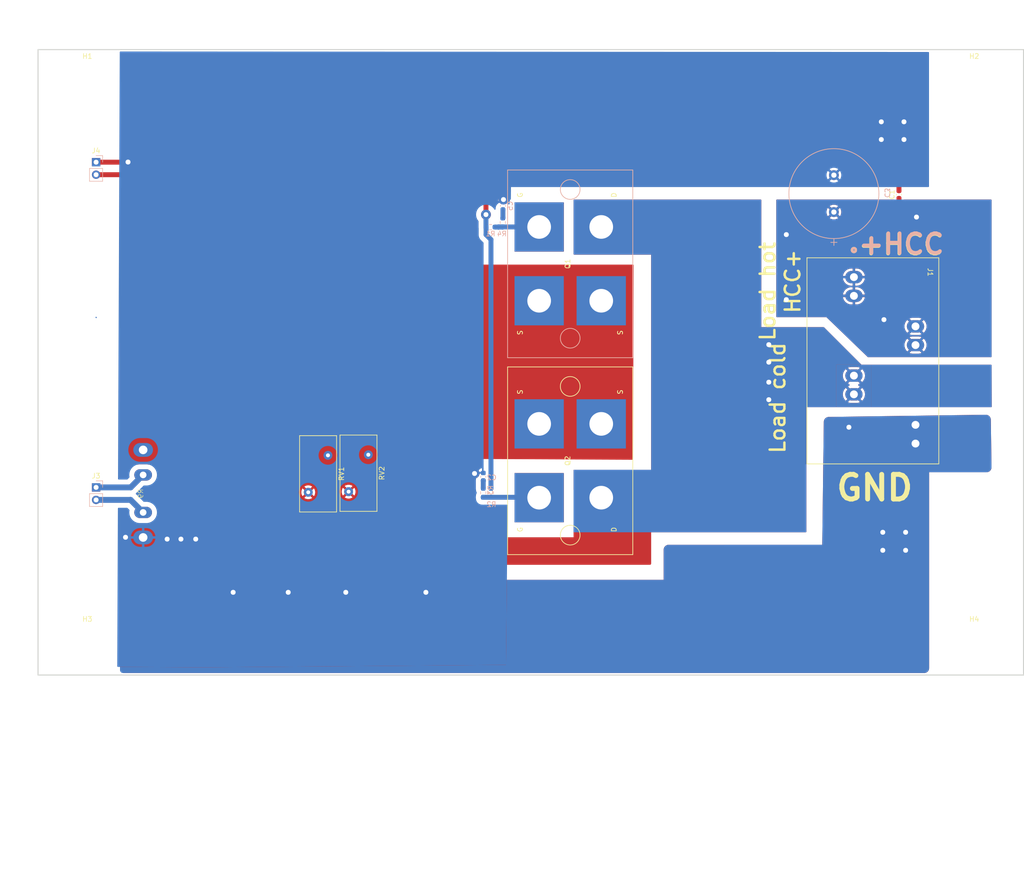
<source format=kicad_pcb>
(kicad_pcb (version 20240108) (generator "pcbnew") (generator_version "8.0")
  (layers (0 "F.Cu" signal) (31 "B.Cu" signal) (34 "B.Paste" user) (35 "F.Paste" user) (36 "B.SilkS" user "B.Silkscreen") (37 "F.SilkS" user "F.Silkscreen") (38 "B.Mask" user) (39 "F.Mask" user) (44 "Edge.Cuts" user))
  (net 0 "")
  (net 1 "GND")
  (net 2 "+HCC")
  (net 3 "Net-(Q1-G)")
  (net 4 "Net-(Q2-G)")
  (net 5 "Net-(J3-Pin_1)")
  (net 6 "Net-(J3-Pin_2)")
  (net 7 "Net-(J4-Pin_2)")
  (net 8 "Net-(C2-Pad2)")
  (net 9 "Net-(C5-Pad2)")
  (net 10 "Load_cold")
  (net 11 "Net-(Q1-S)")
  (footprint "MountingHole:MountingHole_4mm" (layer "F.Cu") (at 40 150.65)
    (property "Reference" "H3" (at 0 -5 0) (layer "F.SilkS"))
    (property "Value" "MountingHole")
    (pad "" np_thru_hole circle (at 0 0) (size 4 4) (drill 4) (layers "*.Cu" "*.Mask"))
  )
  (footprint "Capacitor_SMD:C_0603_1608Metric" (layer "F.Cu") (at 204.724 59.436 90)
    (property "Reference" "C1" (at 0 -1.43 90) (layer "F.SilkS"))
    (property "Value" "0.1uF")
    (fp_line (start -0.14058 -0.51) (end 0.14058 -0.51) (stroke (width 0.12)) (layer "F.SilkS"))
    (fp_line (start -0.14058 0.51) (end 0.14058 0.51) (stroke (width 0.12)) (layer "F.SilkS"))
    (pad "1" smd roundrect (at -0.775 0 90) (size 0.9 0.95) (layers "F.Cu" "F.Paste" "F.Mask") (net 2 "+HCC"))
    (pad "2" smd roundrect (at 0.775 0 90) (size 0.9 0.95) (layers "F.Cu" "F.Paste" "F.Mask") (net 1 "GND"))
  )
  (footprint "zmyfootprint:PowerMOS" (layer "F.Cu") (at 138 113.495 -90)
    (property "Reference" "Q2" (at 0 0.5 90) (layer "F.SilkS"))
    (property "Value" "Q_NMOS_GDS")
    (fp_line (start -19.05 12.7) (end 19.05 12.7) (stroke (width 0.15)) (layer "F.SilkS"))
    (fp_line (start 19.05 12.7) (end 19.05 -12.7) (stroke (width 0.15)) (layer "F.SilkS"))
    (fp_line (start -19.05 -12.7) (end -19.05 12.7) (stroke (width 0.15)) (layer "F.SilkS"))
    (fp_line (start 19.05 -12.7) (end -19.05 -12.7) (stroke (width 0.15)) (layer "F.SilkS"))
    (fp_circle (center -15.1 0) (end -17.1 0) (stroke (width 0.15)) (fill none) (layer "F.SilkS"))
    (fp_circle (center 15.1 0) (end 17.1 0) (stroke (width 0.15)) (fill none) (layer "F.SilkS"))
    (fp_text user "S" (at -13.97 10.16 90) (layer "F.SilkS"))
    (fp_text user "D" (at 13.97 -8.89 90) (layer "F.SilkS"))
    (fp_text user "S" (at -13.97 -10.16 90) (layer "F.SilkS"))
    (fp_text user "G" (at 13.97 10.16 90) (layer "F.SilkS"))
    (pad "1" thru_hole rect (at 7.493 6.3 270) (size 10 10) (drill 4.8) (layers "*.Cu" "*.Mask") (net 4 "Net-(Q2-G)"))
    (pad "2" thru_hole rect (at 7.493 -6.3 270) (size 10 10) (drill 4.8) (layers "*.Cu" "*.Mask") (net 10 "Load_cold"))
    (pad "3" thru_hole rect (at -7.493 -6.3 270) (size 10 10) (drill 4.8) (layers "*.Cu" "*.Mask") (net 11 "Net-(Q1-S)"))
    (pad "3" thru_hole rect (at -7.493 6.3 270) (size 10 10) (drill 4.8) (layers "*.Cu" "*.Mask") (net 11 "Net-(Q1-S)"))
  )
  (footprint "MountingHole:MountingHole_4mm" (layer "F.Cu") (at 220 150.65)
    (property "Reference" "H4" (at 0 -5 0) (layer "F.SilkS"))
    (property "Value" "MountingHole")
    (pad "" np_thru_hole circle (at 0 0) (size 4 4) (drill 4) (layers "*.Cu" "*.Mask"))
  )
  (footprint "MountingHole:MountingHole_4mm" (layer "F.Cu") (at 220 36.35)
    (property "Reference" "H2" (at 0 -5 0) (layer "F.SilkS"))
    (property "Value" "MountingHole")
    (pad "" np_thru_hole circle (at 0 0) (size 4 4) (drill 4) (layers "*.Cu" "*.Mask"))
  )
  (footprint "Varistor:RV_Disc_D15.5mm_W7.5mm_P7.5mm" (layer "F.Cu") (at 93.028 119.768 90)
    (property "Reference" "RV2" (at 3.75 6.75 90) (layer "F.SilkS"))
    (property "Value" "V20E50P (80V)")
    (fp_line (start 11.5 -1.75) (end 11.5 5.75) (stroke (width 0.15)) (layer "F.SilkS"))
    (fp_line (start -4 -1.75) (end 11.5 -1.75) (stroke (width 0.15)) (layer "F.SilkS"))
    (fp_line (start -4 -1.75) (end -4 5.75) (stroke (width 0.15)) (layer "F.SilkS"))
    (fp_line (start -4 5.75) (end 11.5 5.75) (stroke (width 0.15)) (layer "F.SilkS"))
    (pad "1" thru_hole circle (at 0 0 90) (size 1.8 1.8) (drill 0.8) (layers "*.Cu" "*.Mask") (net 10 "Load_cold"))
    (pad "2" thru_hole circle (at 7.5 4 90) (size 1.8 1.8) (drill 0.8) (layers "*.Cu" "*.Mask") (net 11 "Net-(Q1-S)"))
  )
  (footprint "zmyfootprint:CONN_2453710000" (layer "F.Cu") (at 195.58 76.2 -90)
    (property "Reference" "J1" (at -1 -15.5 -90) (layer "F.SilkS"))
    (property "Value" "Screw_Terminal_01x04")
    (fp_circle (center -5.5 0) (end -5.119 0) (stroke (width 0.508)) (fill none) (layer "B.SilkS"))
    (fp_line (start -3.927064 9.526999) (end 37.932136 9.526999) (stroke (width 0.1524)) (layer "F.SilkS"))
    (fp_line (start 37.932136 9.526999) (end 37.932136 -17.226998) (stroke (width 0.1524)) (layer "F.SilkS"))
    (fp_line (start -3.927064 -17.226998) (end -3.927064 9.526999) (stroke (width 0.1524)) (layer "F.SilkS"))
    (fp_line (start 37.932136 -17.226998) (end -3.927064 -17.226998) (stroke (width 0.1524)) (layer "F.SilkS"))
    (fp_circle (center -5.5 0) (end -5.119 0) (stroke (width 0.508)) (fill none) (layer "F.SilkS"))
    (pad "1" thru_hole oval (at 0 0 270) (size 2.5 3.5) (drill 1.6002) (layers "*.Cu" "*.Mask") (net 2 "+HCC"))
    (pad "1" thru_hole oval (at 3.799999 0 270) (size 2.5 3.5) (drill 1.6002) (layers "*.Cu" "*.Mask") (net 2 "+HCC"))
    (pad "2" thru_hole oval (at 10 -12.5 270) (size 2.5 3.5) (drill 1.6002) (layers "*.Cu" "*.Mask") (net 2 "+HCC"))
    (pad "2" thru_hole oval (at 13.8 -12.5 270) (size 2.5 3.5) (drill 1.6002) (layers "*.Cu" "*.Mask") (net 2 "+HCC"))
    (pad "3" thru_hole oval (at 20 0 270) (size 2.5 3.5) (drill 1.6002) (layers "*.Cu" "*.Mask") (net 10 "Load_cold"))
    (pad "3" thru_hole oval (at 23.8 0 270) (size 2.5 3.5) (drill 1.6002) (layers "*.Cu" "*.Mask") (net 10 "Load_cold"))
    (pad "4" thru_hole oval (at 30 -12.5 270) (size 2.5 3.5) (drill 1.6002) (layers "*.Cu" "*.Mask") (net 1 "GND"))
    (pad "4" thru_hole oval (at 33.8 -12.5 270) (size 2.5 3.5) (drill 1.6002) (layers "*.Cu" "*.Mask") (net 1 "GND"))
  )
  (footprint "Varistor:RV_Disc_D15.5mm_W7.5mm_P7.5mm" (layer "F.Cu") (at 84.836 119.888 90)
    (property "Reference" "RV1" (at 3.75 6.75 90) (layer "F.SilkS"))
    (property "Value" "V20E50P (80V)")
    (fp_line (start 11.5 -1.75) (end 11.5 5.75) (stroke (width 0.15)) (layer "F.SilkS"))
    (fp_line (start -4 -1.75) (end 11.5 -1.75) (stroke (width 0.15)) (layer "F.SilkS"))
    (fp_line (start -4 -1.75) (end -4 5.75) (stroke (width 0.15)) (layer "F.SilkS"))
    (fp_line (start -4 5.75) (end 11.5 5.75) (stroke (width 0.15)) (layer "F.SilkS"))
    (pad "1" thru_hole circle (at 0 0 90) (size 1.8 1.8) (drill 0.8) (layers "*.Cu" "*.Mask") (net 10 "Load_cold"))
    (pad "2" thru_hole circle (at 7.5 4 90) (size 1.8 1.8) (drill 0.8) (layers "*.Cu" "*.Mask") (net 11 "Net-(Q1-S)"))
  )
  (footprint "MountingHole:MountingHole_4mm" (layer "F.Cu") (at 40 36.35)
    (property "Reference" "H1" (at 0 -5 0) (layer "F.SilkS"))
    (property "Value" "MountingHole")
    (pad "" np_thru_hole circle (at 0 0) (size 4 4) (drill 4) (layers "*.Cu" "*.Mask"))
  )
  (footprint "zmyfootprint:PowerMOS" (layer "B.Cu") (at 138 73.505 90)
    (property "Reference" "Q1" (at 0 -0.5 90) (layer "F.SilkS"))
    (property "Value" "Q_NMOS_GDS")
    (fp_line (start 19.05 -12.7) (end 19.05 12.7) (stroke (width 0.15)) (layer "B.SilkS"))
    (fp_line (start -19.05 -12.7) (end 19.05 -12.7) (stroke (width 0.15)) (layer "B.SilkS"))
    (fp_line (start 19.05 12.7) (end -19.05 12.7) (stroke (width 0.15)) (layer "B.SilkS"))
    (fp_line (start -19.05 12.7) (end -19.05 -12.7) (stroke (width 0.15)) (layer "B.SilkS"))
    (fp_circle (center 15.1 0) (end 17.1 0) (stroke (width 0.15)) (fill none) (layer "B.SilkS"))
    (fp_circle (center -15.1 0) (end -17.1 0) (stroke (width 0.15)) (fill none) (layer "B.SilkS"))
    (fp_text user "S" (at -13.97 -10.16 90) (layer "F.SilkS"))
    (fp_text user "S" (at -13.97 10.16 90) (layer "F.SilkS"))
    (fp_text user "G" (at 13.97 -10.16 90) (layer "F.SilkS"))
    (fp_text user "D" (at 13.97 8.89 90) (layer "F.SilkS"))
    (pad "1" thru_hole rect (at 7.493 -6.3 90) (size 10 10) (drill 4.8) (layers "*.Cu" "*.Mask") (net 3 "Net-(Q1-G)"))
    (pad "2" thru_hole rect (at 7.493 6.3 90) (size 10 10) (drill 4.8) (layers "*.Cu" "*.Mask") (net 10 "Load_cold"))
    (pad "3" thru_hole rect (at -7.493 -6.3 90) (size 10 10) (drill 4.8) (layers "*.Cu" "*.Mask") (net 11 "Net-(Q1-S)"))
    (pad "3" thru_hole rect (at -7.493 6.3 90) (size 10 10) (drill 4.8) (layers "*.Cu" "*.Mask") (net 11 "Net-(Q1-S)"))
  )
  (footprint "Resistor_THT:SIP-4-ShuntResistor-Riedon" (layer "B.Cu") (at 51.325 120.175 -90)
    (property "Reference" "R9" (at 0 0.5 90) (layer "F.SilkS") (effects (font (thickness 0.1)) (justify mirror)))
    (property "Value" "R_Shunt")
    (pad "1" thru_hole oval (at -8.89 0 270) (size 2.8 4) (drill 1.75) (layers "*.Cu" "*.Mask") (net 11 "Net-(Q1-S)"))
    (pad "2" thru_hole oval (at -3.81 0 270) (size 2.3 3.6) (drill 1.35) (layers "*.Cu" "*.Mask") (net 5 "Net-(J3-Pin_1)"))
    (pad "3" thru_hole oval (at 3.81 0 270) (size 2.3 3.6) (drill 1.35) (layers "*.Cu" "*.Mask") (net 6 "Net-(J3-Pin_2)"))
    (pad "4" thru_hole oval (at 8.89 0 270) (size 2.8 4) (drill 1.75) (layers "*.Cu" "*.Mask") (net 1 "GND"))
  )
  (footprint "Connector_PinHeader_2.54mm:PinHeader_1x02_P2.54mm_Vertical" (layer "B.Cu") (at 41.778 52.86 180)
    (property "Reference" "J4" (at 0 2.33 0) (layer "F.SilkS"))
    (property "Value" "N-MOS")
    (fp_line (start 1.33 -1.27) (end 1.33 -3.87) (stroke (width 0.12)) (layer "B.SilkS"))
    (fp_line (start -1.33 1.33) (end 0 1.33) (stroke (width 0.12)) (layer "B.SilkS"))
    (fp_line (start -1.33 0) (end -1.33 1.33) (stroke (width 0.12)) (layer "B.SilkS"))
    (fp_line (start -1.33 -1.27) (end 1.33 -1.27) (stroke (width 0.12)) (layer "B.SilkS"))
    (fp_line (start -1.33 -1.27) (end -1.33 -3.87) (stroke (width 0.12)) (layer "B.SilkS"))
    (fp_line (start -1.33 -3.87) (end 1.33 -3.87) (stroke (width 0.12)) (layer "B.SilkS"))
    (pad "1" thru_hole rect (at 0 0 180) (size 1.7 1.7) (drill 1) (layers "*.Cu" "*.Mask") (net 1 "GND"))
    (pad "2" thru_hole oval (at 0 -2.54 180) (size 1.7 1.7) (drill 1) (layers "*.Cu" "*.Mask") (net 7 "Net-(J4-Pin_2)"))
  )
  (footprint "Capacitor_SMD:C_0603_1608Metric" (layer "B.Cu") (at 120.364889 116.747346 -90)
    (property "Reference" "C2" (at 0.159004 -1.696043 360) (layer "B.SilkS") (effects (justify mirror)))
    (property "Value" "0.1uF")
    (fp_line (start 0.14058 0.51) (end -0.14058 0.51) (stroke (width 0.12)) (layer "B.SilkS"))
    (fp_line (start 0.14058 -0.51) (end -0.14058 -0.51) (stroke (width 0.12)) (layer "B.SilkS"))
    (pad "1" smd roundrect (at -0.775 0 270) (size 0.9 0.95) (layers "B.Cu" "B.Paste" "B.Mask") (net 1 "GND"))
    (pad "2" smd roundrect (at 0.775 0 270) (size 0.9 0.95) (layers "B.Cu" "B.Paste" "B.Mask") (net 8 "Net-(C2-Pad2)"))
  )
  (footprint "Capacitor_SMD:C_0603_1608Metric" (layer "B.Cu") (at 124.348266 61.709 -90)
    (property "Reference" "C5" (at 0.022639 -1.473797 90) (layer "B.SilkS") (effects (justify mirror)))
    (property "Value" "0.1uF")
    (fp_line (start 0.14058 0.51) (end -0.14058 0.51) (stroke (width 0.12)) (layer "B.SilkS"))
    (fp_line (start 0.14058 -0.51) (end -0.14058 -0.51) (stroke (width 0.12)) (layer "B.SilkS"))
    (pad "1" smd roundrect (at -0.775 0 270) (size 0.9 0.95) (layers "B.Cu" "B.Paste" "B.Mask") (net 1 "GND"))
    (pad "2" smd roundrect (at 0.775 0 270) (size 0.9 0.95) (layers "B.Cu" "B.Paste" "B.Mask") (net 9 "Net-(C5-Pad2)"))
  )
  (footprint "Resistor_SMD:R_0603_1608Metric_Pad0.98x0.95mm_HandSolder" (layer "B.Cu") (at 121.839433 66.03789 180)
    (property "Reference" "R1" (at 0.016055 -1.364626 360) (layer "B.SilkS") (effects (justify mirror)))
    (property "Value" "20")
    (fp_line (start 0.254724 0.5225) (end -0.254724 0.5225) (stroke (width 0.12)) (layer "B.SilkS"))
    (fp_line (start 0.254724 -0.5225) (end -0.254724 -0.5225) (stroke (width 0.12)) (layer "B.SilkS"))
    (pad "1" smd roundrect (at -0.9125 0 180) (size 0.975 0.95) (layers "B.Cu" "B.Paste" "B.Mask") (net 3 "Net-(Q1-G)"))
    (pad "2" smd roundrect (at 0.9125 0 180) (size 0.975 0.95) (layers "B.Cu" "B.Paste" "B.Mask") (net 7 "Net-(J4-Pin_2)"))
  )
  (footprint "Connector_PinHeader_2.54mm:PinHeader_1x02_P2.54mm_Vertical" (layer "B.Cu") (at 41.778 118.9 180)
    (property "Reference" "J3" (at 0 2.33 0) (layer "F.SilkS"))
    (property "Value" "SENSE")
    (fp_line (start 1.33 -1.27) (end 1.33 -3.87) (stroke (width 0.12)) (layer "B.SilkS"))
    (fp_line (start -1.33 1.33) (end 0 1.33) (stroke (width 0.12)) (layer "B.SilkS"))
    (fp_line (start -1.33 0) (end -1.33 1.33) (stroke (width 0.12)) (layer "B.SilkS"))
    (fp_line (start -1.33 -1.27) (end 1.33 -1.27) (stroke (width 0.12)) (layer "B.SilkS"))
    (fp_line (start -1.33 -1.27) (end -1.33 -3.87) (stroke (width 0.12)) (layer "B.SilkS"))
    (fp_line (start -1.33 -3.87) (end 1.33 -3.87) (stroke (width 0.12)) (layer "B.SilkS"))
    (pad "1" thru_hole rect (at 0 0 180) (size 1.7 1.7) (drill 1) (layers "*.Cu" "*.Mask") (net 5 "Net-(J3-Pin_1)"))
    (pad "2" thru_hole oval (at 0 -2.54 180) (size 1.7 1.7) (drill 1) (layers "*.Cu" "*.Mask") (net 6 "Net-(J3-Pin_2)"))
  )
  (footprint "Capacitor_THT:CAP_UBY_18X35P5_NCH" (layer "B.Cu") (at 191.516 62.992 90)
    (property "Reference" "C3" (at 3.9 10.8 -90) (layer "B.SilkS") (effects (justify mirror)))
    (property "Value" "UKL1J102KHD")
    (fp_line (start -6.7783 0) (end -5.5083 0) (stroke (width 0.1524)) (layer "B.SilkS"))
    (fp_line (start -6.1433 0.635) (end -6.1433 -0.635) (stroke (width 0.1524)) (layer "B.SilkS"))
    (fp_circle (center 3.75 0) (end 12.8813 0) (stroke (width 0.1524)) (fill none) (layer "B.SilkS"))
    (pad "1" thru_hole circle (at 0 0 90) (size 2 2) (drill 1.0668) (layers "*.Cu" "*.Mask") (net 2 "+HCC"))
    (pad "2" thru_hole circle (at 7.5 0 90) (size 2 2) (drill 1.0668) (layers "*.Cu" "*.Mask") (net 1 "GND"))
  )
  (footprint "Resistor_SMD:R_0603_1608Metric_Pad0.98x0.95mm_HandSolder" (layer "B.Cu") (at 124.316912 65.110797 90)
    (property "Reference" "R4" (at -2.287756 -0.192653 0) (layer "B.SilkS") (effects (justify mirror)))
    (property "Value" "20")
    (fp_line (start 0.254724 -0.5225) (end -0.254724 -0.5225) (stroke (width 0.12)) (layer "B.SilkS"))
    (fp_line (start 0.254724 0.5225) (end -0.254724 0.5225) (stroke (width 0.12)) (layer "B.SilkS"))
    (pad "1" smd roundrect (at -0.9125 0 90) (size 0.975 0.95) (layers "B.Cu" "B.Paste" "B.Mask") (net 3 "Net-(Q1-G)"))
    (pad "2" smd roundrect (at 0.9125 0 90) (size 0.975 0.95) (layers "B.Cu" "B.Paste" "B.Mask") (net 9 "Net-(C5-Pad2)"))
  )
  (footprint "Resistor_SMD:R_0603_1608Metric_Pad0.98x0.95mm_HandSolder" (layer "B.Cu") (at 121.92 119.9915 90)
    (property "Reference" "R2" (at -2.368004 0.086304 360) (layer "B.SilkS") (effects (justify mirror)))
    (property "Value" "20")
    (fp_line (start 0.254724 -0.5225) (end -0.254724 -0.5225) (stroke (width 0.12)) (layer "B.SilkS"))
    (fp_line (start 0.254724 0.5225) (end -0.254724 0.5225) (stroke (width 0.12)) (layer "B.SilkS"))
    (pad "1" smd roundrect (at -0.9125 0 90) (size 0.975 0.95) (layers "B.Cu" "B.Paste" "B.Mask") (net 4 "Net-(Q2-G)"))
    (pad "2" smd roundrect (at 0.9125 0 90) (size 0.975 0.95) (layers "B.Cu" "B.Paste" "B.Mask") (net 7 "Net-(J4-Pin_2)"))
  )
  (footprint "Resistor_SMD:R_0603_1608Metric_Pad0.98x0.95mm_HandSolder" (layer "B.Cu") (at 120.352575 119.994487 90)
    (property "Reference" "R3" (at 0.540973 1.446351 90) (layer "B.SilkS") (effects (justify mirror)))
    (property "Value" "20")
    (fp_line (start 0.254724 -0.5225) (end -0.254724 -0.5225) (stroke (width 0.12)) (layer "B.SilkS"))
    (fp_line (start 0.254724 0.5225) (end -0.254724 0.5225) (stroke (width 0.12)) (layer "B.SilkS"))
    (pad "1" smd roundrect (at -0.9125 0 90) (size 0.975 0.95) (layers "B.Cu" "B.Paste" "B.Mask") (net 4 "Net-(Q2-G)"))
    (pad "2" smd roundrect (at 0.9125 0 90) (size 0.975 0.95) (layers "B.Cu" "B.Paste" "B.Mask") (net 8 "Net-(C2-Pad2)"))
  )
  (gr_line (start 30 30) (end 30 157) (stroke (width 0.2)) (layer "Edge.Cuts"))
  (gr_line (start 230 30) (end 30 30) (stroke (width 0.2)) (layer "Edge.Cuts"))
  (gr_line (start 30 157) (end 230 157) (stroke (width 0.2)) (layer "Edge.Cuts"))
  (gr_line (start 230 157) (end 230 30) (stroke (width 0.2)) (layer "Edge.Cuts"))
  (gr_text "+HCC" (at 218.44 81.28 90) (layer "F.Cu" knockout) (effects (font (size 1.5 1.5) (thickness 0.3) (bold yes)) (justify left bottom)))
  (gr_text "HOT" (at 218.44 90.424 90) (layer "F.Cu" knockout) (effects (font (size 1.5 1.5) (thickness 0.3) (bold yes)) (justify left bottom)))
  (gr_text "COLD" (at 218.44 101.092 90) (layer "F.Cu" knockout) (effects (font (size 1.5 1.5) (thickness 0.3) (bold yes)) (justify left bottom)))
  (gr_text "GND" (at 218.44 111.252 90) (layer "F.Cu" knockout) (effects (font (size 1.5 1.5) (thickness 0.3) (bold yes)) (justify left bottom)))
  (gr_text "+HCC" (at 196.164119 71.819607 0) (layer "B.SilkS") (effects (font (size 4 4) (thickness 0.75)) (justify left bottom)))
  (gr_text "Load hot" (at 179.832 89.408 90) (layer "F.SilkS") (effects (font (size 3 3) (thickness 0.5) (bold yes)) (justify left bottom)))
  (gr_text "Load cold" (at 181.864 112.268 90) (layer "F.SilkS") (effects (font (size 3 3) (thickness 0.5) (bold yes)) (justify left bottom)))
  (gr_text "HCC+" (at 184.912 83.82 90) (layer "F.SilkS") (effects (font (size 3 3) (thickness 0.5) (bold yes)) (justify left bottom)))
  (gr_text "GND" (at 191.516 121.92 0) (layer "F.SilkS") (effects (font (size 5 5) (thickness 1) (bold yes)) (justify left bottom)))
  (gr_text "+HCC" (at 196.112782 71.919173 0) (layer "F.SilkS") (effects (font (size 4 4) (thickness 0.75)) (justify left bottom)))
  (segment (start 41.778 84.378) (end 41.8 84.4) (width 0.25) (layer "B.Cu") (net 0))
  (segment (start 118.595249 116.066456) (end 118.586272 116.075433) (width 1) (layer "F.Cu") (net 1))
  (segment (start 41.778 52.86) (end 48.232 52.86) (width 1) (layer "F.Cu") (net 1))
  (segment (start 204.724 56.896) (end 205.232 56.388) (width 1) (layer "F.Cu") (net 1))
  (segment (start 48.232 52.86) (end 48.26 52.832) (width 1) (layer "F.Cu") (net 1))
  (segment (start 204.724 58.661) (end 204.724 56.896) (width 1) (layer "F.Cu") (net 1))
  (via (at 201.44 128.016) (size 2) (drill 1) (layers "F.Cu" "B.Cu") (net 1))
  (via (at 206.074549 131.676882) (size 2) (drill 1) (layers "F.Cu" "B.Cu") (net 1))
  (via (at 47.752 129.032) (size 2) (drill 1) (layers "F.Cu" "B.Cu") (net 1))
  (via (at 108.712 140.208) (size 2) (drill 1) (layers "F.Cu" "B.Cu") (net 1))
  (via (at 194.564 106.68) (size 2) (drill 1) (layers "F.Cu" "B.Cu") (net 1))
  (via (at 205.74 48.26) (size 2) (drill 1) (layers "F.Cu" "B.Cu") (net 1))
  (via (at 48.26 52.832) (size 2) (drill 1) (layers "F.Cu" "B.Cu") (net 1))
  (via (at 201.44 131.676882) (size 2) (drill 1) (layers "F.Cu" "B.Cu") (net 1))
  (via (at 62 129.4) (size 2) (drill 1) (layers "F.Cu" "B.Cu") (net 1))
  (via (at 201.14 48.26) (size 2) (drill 1) (layers "F.Cu" "B.Cu") (net 1))
  (via (at 124.46 60.452) (size 2) (drill 1) (layers "F.Cu" "B.Cu") (net 1))
  (via (at 69.596 140.208) (size 2) (drill 1) (layers "F.Cu" "B.Cu") (net 1))
  (via (at 118.586272 116.075433) (size 2) (drill 1) (layers "F.Cu" "B.Cu") (net 1))
  (via (at 206.074549 128.016) (size 2) (drill 1) (layers "F.Cu" "B.Cu") (net 1))
  (via (at 59 129.4) (size 2) (drill 1) (layers "F.Cu" "B.Cu") (net 1))
  (via (at 205.74 44.66) (size 2) (drill 1) (layers "F.Cu" "B.Cu") (net 1))
  (via (at 201.14 44.66) (size 2) (drill 1) (layers "F.Cu" "B.Cu") (net 1))
  (via (at 80.772 140.208) (size 2) (drill 1) (layers "F.Cu" "B.Cu") (net 1))
  (via (at 92.456 140.208) (size 2) (drill 1) (layers "F.Cu" "B.Cu") (net 1))
  (via (at 56.2 129.4) (size 2) (drill 1) (layers "F.Cu" "B.Cu") (net 1))
  (segment (start 204.724 61.976) (end 204.724 60.211) (width 1) (layer "F.Cu") (net 2))
  (segment (start 204.724 61.976) (end 204.216 62.484) (width 1) (layer "F.Cu") (net 2))
  (segment (start 208.124958 89.955042) (end 208.08 90) (width 1) (layer "F.Cu") (net 2))
  (via (at 181.864 67.564) (size 2) (drill 1) (layers "F.Cu" "B.Cu") (net 2))
  (via (at 181.864 80.772) (size 2) (drill 1) (layers "F.Cu" "B.Cu") (net 2))
  (via (at 201.676 84.836) (size 2) (drill 1) (layers "F.Cu" "B.Cu") (net 2))
  (via (at 208.28 64.008) (size 2) (drill 1) (layers "F.Cu" "B.Cu") (net 2))
  (segment (start 131.685689 67.185867) (end 131.7 67.171556) (width 1) (layer "F.Cu") (net 3))
  (segment (start 131.7 66.012) (end 123.46989 66.012) (width 1) (layer "B.Cu") (net 3))
  (segment (start 122.751933 66.03789) (end 123.444 66.03789) (width 1) (layer "B.Cu") (net 3))
  (segment (start 123.46989 66.012) (end 123.444 66.03789) (width 1) (layer "B.Cu") (net 3))
  (segment (start 124.302319 66.03789) (end 124.316912 66.023297) (width 1) (layer "B.Cu") (net 3))
  (segment (start 123.444 66.03789) (end 124.302319 66.03789) (width 1) (layer "B.Cu") (net 3))
  (segment (start 131.68989 120.99811) (end 131.7 120.988) (width 1) (layer "F.Cu") (net 4))
  (segment (start 131.693241 122.154315) (end 131.7 122.147556) (width 1) (layer "F.Cu") (net 4))
  (segment (start 120.355562 120.904) (end 120.352575 120.906987) (width 1) (layer "B.Cu") (net 4))
  (segment (start 121.92 120.904) (end 120.355562 120.904) (width 1) (layer "B.Cu") (net 4))
  (segment (start 121.92 120.904) (end 131.616 120.904) (width 1) (layer "B.Cu") (net 4))
  (segment (start 131.616 120.904) (end 131.7 120.988) (width 1) (layer "B.Cu") (net 4))
  (segment (start 48.79 118.9) (end 51.325 116.365) (width 1.2) (layer "B.Cu") (net 5))
  (segment (start 41.778 118.9) (end 48.79 118.9) (width 1.2) (layer "B.Cu") (net 5))
  (segment (start 41.778 121.44) (end 48.78 121.44) (width 1.2) (layer "B.Cu") (net 6))
  (segment (start 48.78 121.44) (end 51.325 123.985) (width 1.2) (layer "B.Cu") (net 6))
  (segment (start 41.778 55.4) (end 117.376 55.4) (width 1) (layer "F.Cu") (net 7))
  (segment (start 120.926933 63.522933) (end 120.904 63.5) (width 1) (layer "F.Cu") (net 7))
  (segment (start 120.904 58.928) (end 120.904 63.5) (width 1) (layer "F.Cu") (net 7))
  (segment (start 117.376 55.4) (end 120.904 58.928) (width 1) (layer "F.Cu") (net 7))
  (via (at 120.904 63.5) (size 2) (drill 1) (layers "F.Cu" "B.Cu") (net 7))
  (segment (start 120.926933 67.586933) (end 121.92 68.58) (width 1) (layer "B.Cu") (net 7))
  (segment (start 120.904 63.5) (end 120.904 66.014957) (width 1) (layer "B.Cu") (net 7))
  (segment (start 120.904 66.014957) (end 120.926933 66.03789) (width 1) (layer "B.Cu") (net 7))
  (segment (start 121.92 68.58) (end 121.92 119.079) (width 1) (layer "B.Cu") (net 7))
  (segment (start 120.926933 66.03789) (end 120.926933 67.586933) (width 1) (layer "B.Cu") (net 7))
  (segment (start 120.352575 119.081987) (end 120.352575 117.53466) (width 1) (layer "B.Cu") (net 8))
  (segment (start 120.352575 117.53466) (end 120.364889 117.522346) (width 1) (layer "B.Cu") (net 8))
  (segment (start 124.348266 64.166943) (end 124.316912 64.198297) (width 1) (layer "B.Cu") (net 9))
  (segment (start 124.348266 62.484) (end 124.348266 64.166943) (width 1) (layer "B.Cu") (net 9))
  (via (at 178.308 89.916) (size 2) (drill 1) (layers "F.Cu" "B.Cu") (net 10))
  (via (at 178.308 93.472) (size 2) (drill 1) (layers "F.Cu" "B.Cu") (net 10))
  (via (at 178.308 101.092) (size 2) (drill 1) (layers "F.Cu" "B.Cu") (net 10))
  (via (at 178.308 97.536) (size 2) (drill 1) (layers "F.Cu" "B.Cu") (net 10))
  (zone (net 10) (net_name "Load_cold") (layer "F.Cu") (priority 5) (connect_pads (clearance 1)) (min_thickness 0.5) (fill yes (thermal_gap 0.5) (thermal_bridge_width 0.5))
    (polygon (pts (xy 78.232 117.348) (xy 113.792 117.348) (xy 113.792 129.032) (xy 138.684 129.032) (xy 138.684 119.38) (xy 154.432 119.38) (xy 154.432 134.62) (xy 78.232 134.62)))
  )
  (zone (net 11) (net_name "Net-(Q1-S)") (layer "F.Cu") (priority 4) (connect_pads yes (clearance 1)) (min_thickness 0.25) (fill yes (thermal_gap 0.5) (thermal_bridge_width 0.5) (island_removal_mode 1) (island_area_min 10))
    (polygon (pts (xy 126.492 73.66) (xy 150.876 73.66) (xy 150.756621 113.284) (xy 114.688621 113.104347) (xy 114.808 114.3) (xy 47.244 114.3) (xy 47.244 57.912) (xy 114.3 57.912) (xy 114.3 73.66)))
  )
  (zone (net 10) (net_name "Load_cold") (layers "F&B.Cu") (connect_pads yes (clearance 1)) (min_thickness 0.25) (fill yes (thermal_gap 0.5) (thermal_bridge_width 0.5))
    (polygon (pts (xy 210.312 102.616) (xy 185.928 102.616) (xy 185.928 128.016) (xy 138.684 128.016) (xy 138.684 115.316) (xy 154.432 115.316) (xy 154.432 71.628) (xy 138.684 71.628) (xy 138.684 60.452) (xy 176.784 60.452) (xy 176.784 86.36) (xy 189.484 86.36) (xy 197.104 93.98) (xy 223.52 93.98) (xy 223.544 102.616)))
  )
  (zone (net 1) (net_name "GND") (layers "F&B.Cu") (priority 1) (connect_pads yes (clearance 1)) (min_thickness 0.25) (fill yes (thermal_gap 0.5) (thermal_bridge_width 0.5) (smoothing fillet) (radius 1))
    (polygon (pts (xy 189.484 104.608) (xy 223.346868 104.14) (xy 223.52 115.824) (xy 210.844 115.824) (xy 210.844 156.6) (xy 46.632 156.6) (xy 46.632 126.4) (xy 64.6 126.4) (xy 64.516 137.668) (xy 156.972 137.668) (xy 156.972 130.556) (xy 189.158044 130.542117)))
  )
  (zone (net 2) (net_name "+HCC") (layers "F&B.Cu") (priority 3) (connect_pads (clearance 1)) (min_thickness 0.25) (fill yes (thermal_gap 0.5) (thermal_bridge_width 0.5))
    (polygon (pts (xy 189.992 84.328) (xy 179.832 84.328) (xy 179.832 60.452) (xy 223.52 60.452) (xy 223.52 92.456) (xy 198.413999 92.456)))
  )
  (zone (net 10) (net_name "Load_cold") (layers "F&B.Cu") (priority 7) (connect_pads (clearance 1)) (min_thickness 0.5) (fill yes (thermal_gap 0.5) (thermal_bridge_width 0.5))
    (polygon (pts (xy 192.024 93.98) (xy 199.136 93.98) (xy 199.136 102.616) (xy 192.024 102.616)))
  )
  (zone (net 1) (net_name "GND") (layer "B.Cu") (priority 2) (connect_pads (clearance 1)) (min_thickness 0.25) (fill yes (thermal_gap 0.5) (thermal_bridge_width 0.5))
    (polygon (pts (xy 210.82 57.912) (xy 210.82 30.48) (xy 46.582452 30.381988) (xy 46.074452 155.349988) (xy 63.5 155.448) (xy 63.5 155.448) (xy 124.968 154.94) (xy 125.984 57.912)))
  )
)
</source>
